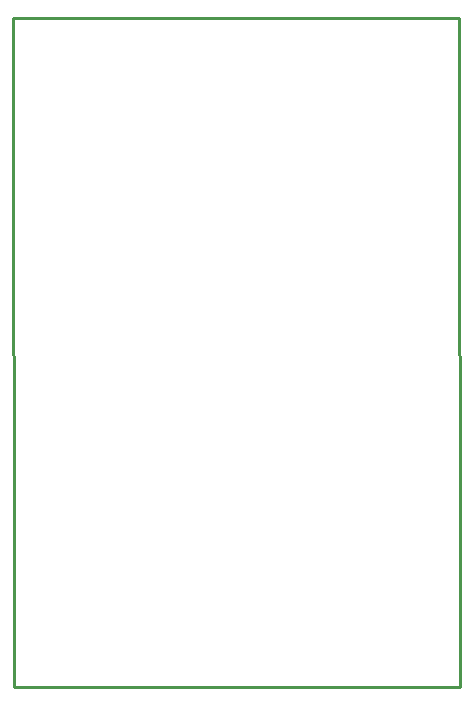
<source format=gbr>
G04 EAGLE Gerber X2 export*
%TF.Part,Single*%
%TF.FileFunction,Profile,NP*%
%TF.FilePolarity,Positive*%
%TF.GenerationSoftware,Autodesk,EAGLE,8.7.1*%
%TF.CreationDate,2018-05-26T03:40:12Z*%
G75*
%MOMM*%
%FSLAX34Y34*%
%LPD*%
%AMOC8*
5,1,8,0,0,1.08239X$1,22.5*%
G01*
%ADD10C,0.254000*%


D10*
X-1270Y566320D02*
X0Y0D01*
X377700Y0D01*
X376430Y566320D01*
X-1270Y566320D01*
M02*

</source>
